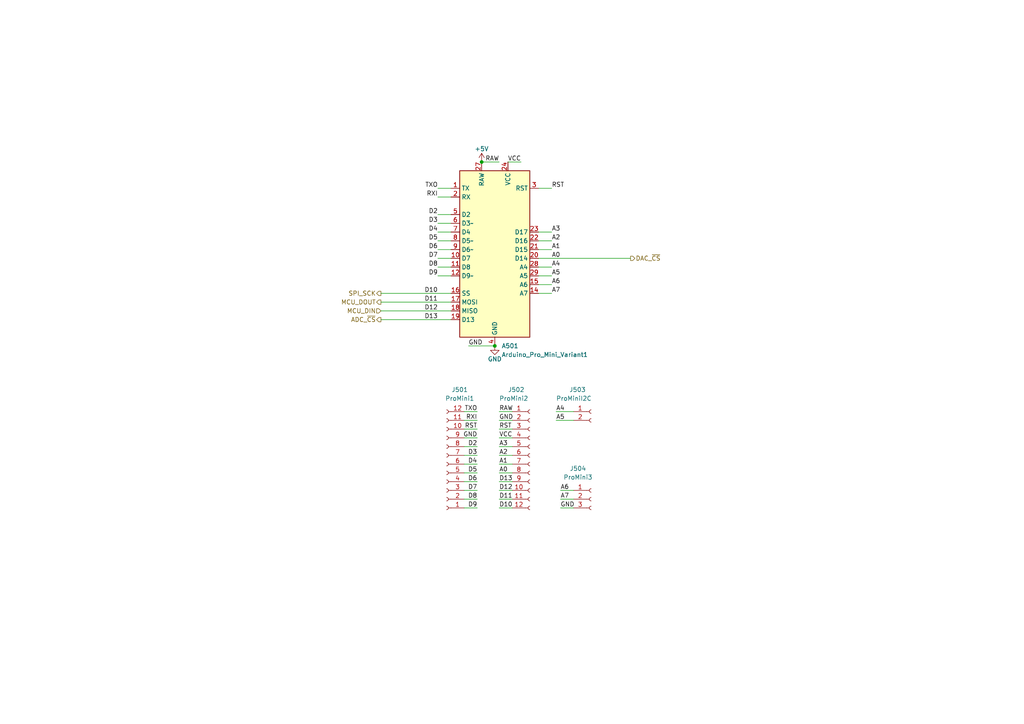
<source format=kicad_sch>
(kicad_sch (version 20230121) (generator eeschema)
  (paper "A4")
  (title_block (title "led-efficiency-measurement - MCU") (date "2023-01-24") (rev "0.1") (comment 4 "Unless specified, all capacitors should be rated for 10V or higher"))
  (lib_symbols
    (symbol "Connector:Conn_01x02_Socket" (pin_names (offset 1.016) hide)
      (property "Reference" "J" (at 0 2.54 0))
      (property "Value" "Conn_01x02_Socket" (at 0 -5.08 0))
      (symbol "Conn_01x02_Socket_1_1"
        (arc (start 0 -2.032) (mid -0.5058 -2.54) (end 0 -3.048) (stroke (width 0.1524)))
        (polyline (pts (xy -1.27 -2.54) (xy -0.508 -2.54)) (stroke (width 0.1524)))
        (polyline (pts (xy -1.27 0) (xy -0.508 0)) (stroke (width 0.1524)))
        (arc (start 0 0.508) (mid -0.5058 0) (end 0 -0.508) (stroke (width 0.1524)))
        (pin passive line (at -5.08 0 0) (length 3.81) (name "Pin_1") (number "1"))
        (pin passive line (at -5.08 -2.54 0) (length 3.81) (name "Pin_2") (number "2"))
      )
    )
    (symbol "Connector:Conn_01x03_Socket" (pin_names (offset 1.016) hide)
      (property "Reference" "J" (at 0 5.08 0))
      (property "Value" "Conn_01x03_Socket" (at 0 -5.08 0))
      (symbol "Conn_01x03_Socket_1_1"
        (arc (start 0 -2.032) (mid -0.5058 -2.54) (end 0 -3.048) (stroke (width 0.1524)))
        (polyline (pts (xy -1.27 -2.54) (xy -0.508 -2.54)) (stroke (width 0.1524)))
        (polyline (pts (xy -1.27 0) (xy -0.508 0)) (stroke (width 0.1524)))
        (polyline (pts (xy -1.27 2.54) (xy -0.508 2.54)) (stroke (width 0.1524)))
        (arc (start 0 0.508) (mid -0.5058 0) (end 0 -0.508) (stroke (width 0.1524)))
        (arc (start 0 3.048) (mid -0.5058 2.54) (end 0 2.032) (stroke (width 0.1524)))
        (pin passive line (at -5.08 2.54 0) (length 3.81) (name "Pin_1") (number "1"))
        (pin passive line (at -5.08 0 0) (length 3.81) (name "Pin_2") (number "2"))
        (pin passive line (at -5.08 -2.54 0) (length 3.81) (name "Pin_3") (number "3"))
      )
    )
    (symbol "Connector:Conn_01x12_Socket" (pin_names (offset 1.016) hide)
      (property "Reference" "J" (at 0 15.24 0))
      (property "Value" "Conn_01x12_Socket" (at 0 -17.78 0))
      (symbol "Conn_01x12_Socket_1_1"
        (arc (start 0 -14.732) (mid -0.5058 -15.24) (end 0 -15.748) (stroke (width 0.1524)))
        (arc (start 0 -12.192) (mid -0.5058 -12.7) (end 0 -13.208) (stroke (width 0.1524)))
        (arc (start 0 -9.652) (mid -0.5058 -10.16) (end 0 -10.668) (stroke (width 0.1524)))
        (arc (start 0 -7.112) (mid -0.5058 -7.62) (end 0 -8.128) (stroke (width 0.1524)))
        (arc (start 0 -4.572) (mid -0.5058 -5.08) (end 0 -5.588) (stroke (width 0.1524)))
        (arc (start 0 -2.032) (mid -0.5058 -2.54) (end 0 -3.048) (stroke (width 0.1524)))
        (polyline (pts (xy -1.27 -15.24) (xy -0.508 -15.24)) (stroke (width 0.1524)))
        (polyline (pts (xy -1.27 -12.7) (xy -0.508 -12.7)) (stroke (width 0.1524)))
        (polyline (pts (xy -1.27 -10.16) (xy -0.508 -10.16)) (stroke (width 0.1524)))
        (polyline (pts (xy -1.27 -7.62) (xy -0.508 -7.62)) (stroke (width 0.1524)))
        (polyline (pts (xy -1.27 -5.08) (xy -0.508 -5.08)) (stroke (width 0.1524)))
        (polyline (pts (xy -1.27 -2.54) (xy -0.508 -2.54)) (stroke (width 0.1524)))
        (polyline (pts (xy -1.27 0) (xy -0.508 0)) (stroke (width 0.1524)))
        (polyline (pts (xy -1.27 2.54) (xy -0.508 2.54)) (stroke (width 0.1524)))
        (polyline (pts (xy -1.27 5.08) (xy -0.508 5.08)) (stroke (width 0.1524)))
        (polyline (pts (xy -1.27 7.62) (xy -0.508 7.62)) (stroke (width 0.1524)))
        (polyline (pts (xy -1.27 10.16) (xy -0.508 10.16)) (stroke (width 0.1524)))
        (polyline (pts (xy -1.27 12.7) (xy -0.508 12.7)) (stroke (width 0.1524)))
        (arc (start 0 0.508) (mid -0.5058 0) (end 0 -0.508) (stroke (width 0.1524)))
        (arc (start 0 3.048) (mid -0.5058 2.54) (end 0 2.032) (stroke (width 0.1524)))
        (arc (start 0 5.588) (mid -0.5058 5.08) (end 0 4.572) (stroke (width 0.1524)))
        (arc (start 0 8.128) (mid -0.5058 7.62) (end 0 7.112) (stroke (width 0.1524)))
        (arc (start 0 10.668) (mid -0.5058 10.16) (end 0 9.652) (stroke (width 0.1524)))
        (arc (start 0 13.208) (mid -0.5058 12.7) (end 0 12.192) (stroke (width 0.1524)))
        (pin passive line (at -5.08 12.7 0) (length 3.81) (name "Pin_1") (number "1"))
        (pin passive line (at -5.08 -10.16 0) (length 3.81) (name "Pin_10") (number "10"))
        (pin passive line (at -5.08 -12.7 0) (length 3.81) (name "Pin_11") (number "11"))
        (pin passive line (at -5.08 -15.24 0) (length 3.81) (name "Pin_12") (number "12"))
        (pin passive line (at -5.08 10.16 0) (length 3.81) (name "Pin_2") (number "2"))
        (pin passive line (at -5.08 7.62 0) (length 3.81) (name "Pin_3") (number "3"))
        (pin passive line (at -5.08 5.08 0) (length 3.81) (name "Pin_4") (number "4"))
        (pin passive line (at -5.08 2.54 0) (length 3.81) (name "Pin_5") (number "5"))
        (pin passive line (at -5.08 0 0) (length 3.81) (name "Pin_6") (number "6"))
        (pin passive line (at -5.08 -2.54 0) (length 3.81) (name "Pin_7") (number "7"))
        (pin passive line (at -5.08 -5.08 0) (length 3.81) (name "Pin_8") (number "8"))
        (pin passive line (at -5.08 -7.62 0) (length 3.81) (name "Pin_9") (number "9"))
      )
    )
    (symbol "Seppl_Breakout_Boards:Arduino_Pro_Mini_Variant1"
      (property "Reference" "A" (at 7.62 26.67 0))
      (property "Value" "Arduino_Pro_Mini_Variant1" (at 5.08 -24.13 0))
      (symbol "Arduino_Pro_Mini_Variant1_0_0"
        (pin bidirectional line (at -12.7 20.32 0) (length 2.54) (name "D1") (number "1") (alternate "TX" output line))
        (pin bidirectional line (at -12.7 0 0) (length 2.54) (name "D7") (number "10"))
        (pin bidirectional line (at -12.7 -2.54 0) (length 2.54) (name "D8") (number "11"))
        (pin bidirectional line (at -12.7 -5.08 0) (length 2.54) (name "D9~") (number "12"))
        (pin power_in line (at 0 -25.4 90) (length 2.54) hide (name "GND") (number "13"))
        (pin input line (at 12.7 -10.16 180) (length 2.54) (name "A7") (number "14"))
        (pin input line (at 12.7 -7.62 180) (length 2.54) (name "A6") (number "15"))
        (pin bidirectional line (at -12.7 -10.16 0) (length 2.54) (name "D10~") (number "16") (alternate "SS" output line))
        (pin bidirectional line (at -12.7 -12.7 0) (length 2.54) (name "D11~") (number "17") (alternate "MOSI" output line))
        (pin bidirectional line (at -12.7 -15.24 0) (length 2.54) (name "D12") (number "18") (alternate "MISO" input line))
        (pin bidirectional line (at -12.7 -17.78 0) (length 2.54) (name "D13") (number "19"))
        (pin bidirectional line (at -12.7 17.78 0) (length 2.54) (name "D0") (number "2") (alternate "RX" input line))
        (pin bidirectional line (at 12.7 0 180) (length 2.54) (name "D14") (number "20"))
        (pin bidirectional line (at 12.7 2.54 180) (length 2.54) (name "D15") (number "21"))
        (pin bidirectional line (at 12.7 5.08 180) (length 2.54) (name "D16") (number "22"))
        (pin bidirectional line (at 12.7 7.62 180) (length 2.54) (name "D17") (number "23"))
        (pin power_in line (at 3.81 27.94 270) (length 2.54) (name "VCC") (number "24"))
        (pin input line (at 12.7 20.32 180) (length 2.54) hide (name "RST") (number "25"))
        (pin power_in line (at 0 -25.4 90) (length 2.54) hide (name "GND") (number "26"))
        (pin passive line (at -3.81 27.94 270) (length 2.54) (name "RAW") (number "27"))
        (pin input line (at 12.7 -2.54 180) (length 2.54) (name "A4") (number "28"))
        (pin input line (at 12.7 -5.08 180) (length 2.54) (name "A5") (number "29"))
        (pin input line (at 12.7 20.32 180) (length 2.54) (name "RST") (number "3"))
        (pin power_in line (at 0 -25.4 90) (length 2.54) (name "GND") (number "4"))
        (pin bidirectional line (at -12.7 12.7 0) (length 2.54) (name "D2") (number "5"))
        (pin bidirectional line (at -12.7 10.16 0) (length 2.54) (name "D3~") (number "6"))
        (pin bidirectional line (at -12.7 7.62 0) (length 2.54) (name "D4") (number "7"))
        (pin bidirectional line (at -12.7 5.08 0) (length 2.54) (name "D5~") (number "8"))
        (pin bidirectional line (at -12.7 2.54 0) (length 2.54) (name "D6~") (number "9"))
      )
      (symbol "Arduino_Pro_Mini_Variant1_0_1"
        (rectangle (start -10.16 25.4) (end 10.16 -22.86) (stroke (width 0.254)) (fill (type background)))
      )
    )
    (symbol "power:+5V" (power) (pin_names (offset 0))
      (property "Value" "+5V" (at 0 3.556 0))
      (symbol "+5V_0_1"
        (polyline (pts (xy -0.762 1.27) (xy 0 2.54)))
        (polyline (pts (xy 0 0) (xy 0 2.54)))
        (polyline (pts (xy 0 2.54) (xy 0.762 1.27)))
      )
      (symbol "+5V_1_1"
        (pin power_in line (at 0 0 90) (length 0) hide (name "+5V") (number "1"))
      )
    )
    (symbol "power:GND" (power) (pin_names (offset 0))
      (property "Value" "GND" (at 0 -3.81 0))
      (symbol "GND_0_1"
        (polyline (pts (xy 0 0) (xy 0 -1.27) (xy 1.27 -1.27) (xy 0 -2.54) (xy -1.27 -1.27) (xy 0 -1.27)))
      )
      (symbol "GND_1_1"
        (pin power_in line (at 0 0 270) (length 0) hide (name "GND") (number "1"))
      )
    )
  )
  (junction (at 139.7 46.99))
  (junction (at 143.51 100.33))
  (wire (pts (xy 134.62 139.7) (xy 138.43 139.7)))
  (wire (pts (xy 144.78 139.7) (xy 148.59 139.7)))
  (wire (pts (xy 134.62 142.24) (xy 138.43 142.24)))
  (wire (pts (xy 134.62 119.38) (xy 138.43 119.38)))
  (wire (pts (xy 144.78 121.92) (xy 148.59 121.92)))
  (wire (pts (xy 127 67.31) (xy 130.81 67.31)))
  (wire (pts (xy 134.62 129.54) (xy 138.43 129.54)))
  (wire (pts (xy 161.29 121.92) (xy 166.37 121.92)))
  (wire (pts (xy 144.78 124.46) (xy 148.59 124.46)))
  (wire (pts (xy 156.21 74.93) (xy 182.88 74.93)))
  (wire (pts (xy 162.56 147.32) (xy 166.37 147.32)))
  (wire (pts (xy 151.13 46.99) (xy 147.32 46.99)))
  (wire (pts (xy 144.78 129.54) (xy 148.59 129.54)))
  (wire (pts (xy 144.78 119.38) (xy 148.59 119.38)))
  (wire (pts (xy 134.62 134.62) (xy 138.43 134.62)))
  (wire (pts (xy 134.62 121.92) (xy 138.43 121.92)))
  (wire (pts (xy 162.56 142.24) (xy 166.37 142.24)))
  (wire (pts (xy 127 72.39) (xy 130.81 72.39)))
  (wire (pts (xy 134.62 132.08) (xy 138.43 132.08)))
  (wire (pts (xy 144.78 134.62) (xy 148.59 134.62)))
  (wire (pts (xy 144.78 132.08) (xy 148.59 132.08)))
  (wire (pts (xy 156.21 80.01) (xy 160.02 80.01)))
  (wire (pts (xy 162.56 144.78) (xy 166.37 144.78)))
  (wire (pts (xy 156.21 67.31) (xy 160.02 67.31)))
  (wire (pts (xy 127 62.23) (xy 130.81 62.23)))
  (wire (pts (xy 110.49 92.71) (xy 130.81 92.71)))
  (wire (pts (xy 127 69.85) (xy 130.81 69.85)))
  (wire (pts (xy 135.89 100.33) (xy 143.51 100.33)))
  (wire (pts (xy 127 57.15) (xy 130.81 57.15)))
  (wire (pts (xy 144.78 127) (xy 148.59 127)))
  (wire (pts (xy 144.78 144.78) (xy 148.59 144.78)))
  (wire (pts (xy 144.78 142.24) (xy 148.59 142.24)))
  (wire (pts (xy 110.49 85.09) (xy 130.81 85.09)))
  (wire (pts (xy 134.62 127) (xy 138.43 127)))
  (wire (pts (xy 127 80.01) (xy 130.81 80.01)))
  (wire (pts (xy 156.21 69.85) (xy 160.02 69.85)))
  (wire (pts (xy 134.62 147.32) (xy 138.43 147.32)))
  (wire (pts (xy 156.21 72.39) (xy 160.02 72.39)))
  (wire (pts (xy 110.49 90.17) (xy 130.81 90.17)))
  (wire (pts (xy 156.21 54.61) (xy 160.02 54.61)))
  (wire (pts (xy 110.49 87.63) (xy 130.81 87.63)))
  (wire (pts (xy 144.78 46.99) (xy 139.7 46.99)))
  (wire (pts (xy 161.29 119.38) (xy 166.37 119.38)))
  (wire (pts (xy 156.21 85.09) (xy 160.02 85.09)))
  (wire (pts (xy 134.62 137.16) (xy 138.43 137.16)))
  (wire (pts (xy 127 77.47) (xy 130.81 77.47)))
  (wire (pts (xy 134.62 124.46) (xy 138.43 124.46)))
  (wire (pts (xy 144.78 147.32) (xy 148.59 147.32)))
  (wire (pts (xy 144.78 137.16) (xy 148.59 137.16)))
  (wire (pts (xy 156.21 77.47) (xy 160.02 77.47)))
  (wire (pts (xy 127 74.93) (xy 130.81 74.93)))
  (wire (pts (xy 134.62 144.78) (xy 138.43 144.78)))
  (wire (pts (xy 127 64.77) (xy 130.81 64.77)))
  (wire (pts (xy 156.21 82.55) (xy 160.02 82.55)))
  (wire (pts (xy 127 54.61) (xy 130.81 54.61)))
  (label "A4" (at 161.29 119.38 0))
  (label "D3" (at 127 64.77 180))
  (label "D7" (at 127 74.93 180))
  (label "D8" (at 138.43 144.78 180))
  (label "RAW" (at 144.78 119.38 0))
  (label "D13" (at 127 92.71 180))
  (label "RXI" (at 138.43 121.92 180))
  (label "A3" (at 160.02 67.31 0))
  (label "RST" (at 138.43 124.46 180))
  (label "TXO" (at 127 54.61 180))
  (label "A2" (at 144.78 132.08 0))
  (label "D5" (at 138.43 137.16 180))
  (label "GND" (at 162.56 147.32 0))
  (label "VCC" (at 151.13 46.99 180))
  (label "RXI" (at 127 57.15 180))
  (label "D7" (at 138.43 142.24 180))
  (label "D6" (at 138.43 139.7 180))
  (label "A6" (at 160.02 82.55 0))
  (label "GND" (at 144.78 121.92 0))
  (label "RST" (at 144.78 124.46 0))
  (label "D10" (at 144.78 147.32 0))
  (label "D12" (at 144.78 142.24 0))
  (label "D3" (at 138.43 132.08 180))
  (label "A7" (at 162.56 144.78 0))
  (label "TXO" (at 138.43 119.38 180))
  (label "D8" (at 127 77.47 180))
  (label "D5" (at 127 69.85 180))
  (label "GND" (at 135.89 100.33 0))
  (label "D6" (at 127 72.39 180))
  (label "D13" (at 144.78 139.7 0))
  (label "RST" (at 160.02 54.61 0))
  (label "A1" (at 160.02 72.39 0))
  (label "D10" (at 127 85.09 180))
  (label "A0" (at 144.78 137.16 0))
  (label "GND" (at 138.43 127 180))
  (label "A6" (at 162.56 142.24 0))
  (label "D9" (at 138.43 147.32 180))
  (label "A0" (at 160.02 74.93 0))
  (label "A7" (at 160.02 85.09 0))
  (label "A2" (at 160.02 69.85 0))
  (label "A4" (at 160.02 77.47 0))
  (label "D11" (at 144.78 144.78 0))
  (label "D11" (at 127 87.63 180))
  (label "RAW" (at 144.78 46.99 180))
  (label "D12" (at 127 90.17 180))
  (label "D2" (at 138.43 129.54 180))
  (label "A5" (at 160.02 80.01 0))
  (label "A5" (at 161.29 121.92 0))
  (label "VCC" (at 144.78 127 0))
  (label "A1" (at 144.78 134.62 0))
  (label "D4" (at 127 67.31 180))
  (label "D9" (at 127 80.01 180))
  (label "A3" (at 144.78 129.54 0))
  (label "D2" (at 127 62.23 180))
  (label "D4" (at 138.43 134.62 180))
  (hierarchical_label "SPI_SCK" (shape output) (at 110.49 85.09 180))
  (hierarchical_label "ADC_~{CS}" (shape output) (at 110.49 92.71 180))
  (hierarchical_label "MCU_DIN" (shape input) (at 110.49 90.17 180))
  (hierarchical_label "DAC_~{CS}" (shape output) (at 182.88 74.93 0))
  (hierarchical_label "MCU_DOUT" (shape output) (at 110.49 87.63 180))
  (symbol (lib_id "Connector:Conn_01x02_Socket") (at 171.45 119.38 0) (unit 1)
    (property "Reference" "J503" (at 165.1 113.03 0) (effects (justify left)))
    (property "Value" "ProMiniI2C" (at 161.29 115.57 0) (effects (justify left)))
    (property "Footprint" "Connector_PinSocket_2.54mm:PinSocket_1x02_P2.54mm_Vertical" (effects hide))
  )
  (symbol (lib_id "Connector:Conn_01x03_Socket") (at 171.45 144.78 0) (unit 1)
    (property "Reference" "J504" (at 167.64 135.89 0))
    (property "Value" "ProMini3" (at 167.64 138.43 0))
    (property "Footprint" "Connector_PinSocket_2.54mm:PinSocket_1x03_P2.54mm_Vertical" (effects hide))
  )
  (symbol (lib_id "Connector:Conn_01x12_Socket") (at 129.54 134.62 180) (unit 1)
    (property "Reference" "J501" (at 133.35 113.03 0))
    (property "Value" "ProMini1" (at 133.35 115.57 0))
    (property "Footprint" "Connector_PinSocket_2.54mm:PinSocket_1x12_P2.54mm_Vertical" (effects hide))
  )
  (symbol (lib_id "Seppl_Breakout_Boards:Arduino_Pro_Mini_Variant1") (at 143.51 74.93 0) (unit 1)
    (property "Reference" "A501" (at 145.4659 100.33 0) (effects (justify left)))
    (property "Value" "Arduino_Pro_Mini_Variant1" (at 145.4659 102.87 0) (effects (justify left)))
    (property "Footprint" "Seppl_MCU_Modules:Arduino_Pro_Mini_Variant1" (effects hide))
    (pin "1" (alternate "TX"))
    (pin "16" (alternate "SS"))
    (pin "17" (alternate "MOSI"))
    (pin "18" (alternate "MISO"))
    (pin "2" (alternate "RX"))
  )
  (symbol (lib_id "power:+5V") (at 139.7 46.99 0) (unit 1)
    (property "Reference" "#PWR0501" (effects hide))
    (property "Value" "+5V" (at 139.7 43.18 0))
  )
  (symbol (lib_id "power:GND") (at 143.51 100.33 0) (unit 1)
    (property "Reference" "#PWR0502" (effects hide))
    (property "Value" "GND" (at 143.51 104.14 0))
  )
  (symbol (lib_id "Connector:Conn_01x12_Socket") (at 153.67 132.08 0) (unit 1)
    (property "Reference" "J502" (at 147.32 113.03 0) (effects (justify left)))
    (property "Value" "ProMini2" (at 144.78 115.57 0) (effects (justify left)))
    (property "Footprint" "Connector_PinSocket_2.54mm:PinSocket_1x12_P2.54mm_Vertical" (effects hide))
  )
)
</source>
